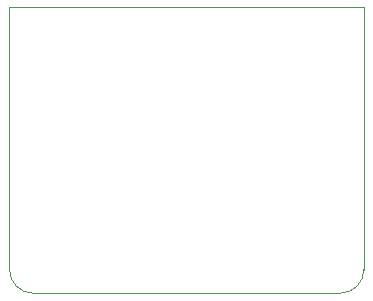
<source format=gbr>
%TF.GenerationSoftware,Altium Limited,Altium Designer,24.3.1 (35)*%
G04 Layer_Color=16711935*
%FSLAX45Y45*%
%MOMM*%
%TF.SameCoordinates,49A6F1C3-9DA9-4727-8ECF-3BB51FF8743F*%
%TF.FilePolarity,Positive*%
%TF.FileFunction,Keep-out,Top*%
%TF.Part,Single*%
G01*
G75*
%TA.AperFunction,NonConductor*%
%ADD124C,0.10000*%
D124*
Y300000D02*
G03*
X200000Y100000I200000J0D01*
G01*
X2800000D02*
G03*
X3000000Y300000I0J200000D01*
G01*
X2999999Y299999D02*
Y650001D01*
Y2520000D01*
X200000Y100000D02*
X2799999D01*
X0Y299999D02*
Y2520000D01*
X2999999D01*
%TF.MD5,b7f24aa84153d389e8434054775346a6*%
M02*

</source>
